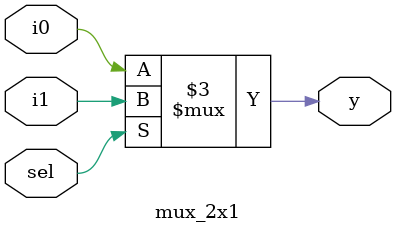
<source format=v>
`timescale 1ns / 1ps

module mux_2x1(
    input wire i0,
    input wire i1,
    input wire sel,
    output reg y
    );
    always@(*)
    begin
    if (sel)
    y = i1;
    else 
    y = i0;
    end
endmodule

</source>
